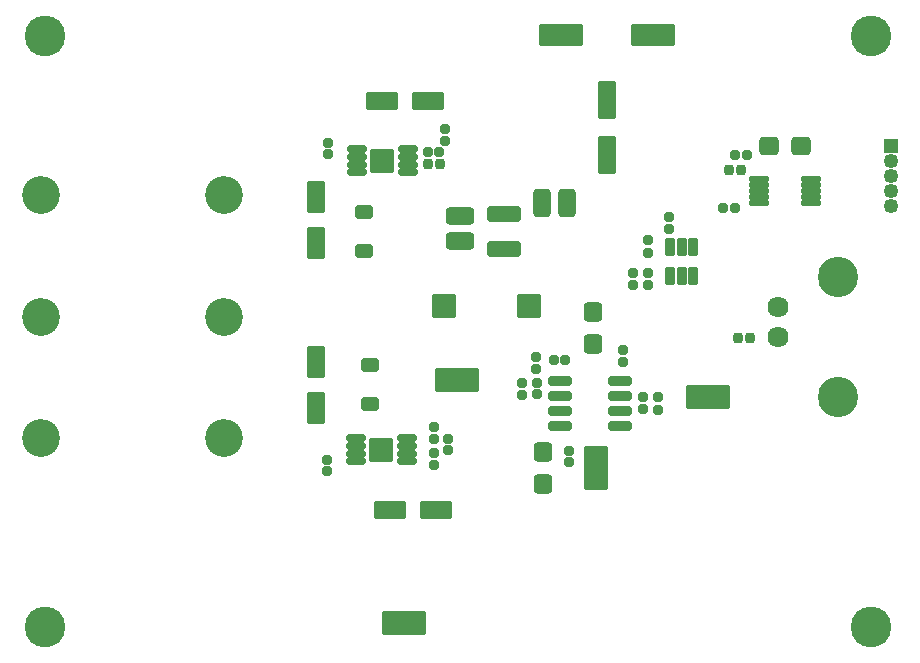
<source format=gbr>
%TF.GenerationSoftware,KiCad,Pcbnew,6.0.4-6f826c9f35~116~ubuntu18.04.1*%
%TF.CreationDate,2022-05-26T20:07:41+01:00*%
%TF.ProjectId,cosmic_ray_detector,636f736d-6963-45f7-9261-795f64657465,1*%
%TF.SameCoordinates,Original*%
%TF.FileFunction,Soldermask,Top*%
%TF.FilePolarity,Negative*%
%FSLAX46Y46*%
G04 Gerber Fmt 4.6, Leading zero omitted, Abs format (unit mm)*
G04 Created by KiCad (PCBNEW 6.0.4-6f826c9f35~116~ubuntu18.04.1) date 2022-05-26 20:07:41*
%MOMM*%
%LPD*%
G01*
G04 APERTURE LIST*
G04 Aperture macros list*
%AMRoundRect*
0 Rectangle with rounded corners*
0 $1 Rounding radius*
0 $2 $3 $4 $5 $6 $7 $8 $9 X,Y pos of 4 corners*
0 Add a 4 corners polygon primitive as box body*
4,1,4,$2,$3,$4,$5,$6,$7,$8,$9,$2,$3,0*
0 Add four circle primitives for the rounded corners*
1,1,$1+$1,$2,$3*
1,1,$1+$1,$4,$5*
1,1,$1+$1,$6,$7*
1,1,$1+$1,$8,$9*
0 Add four rect primitives between the rounded corners*
20,1,$1+$1,$2,$3,$4,$5,0*
20,1,$1+$1,$4,$5,$6,$7,0*
20,1,$1+$1,$6,$7,$8,$9,0*
20,1,$1+$1,$8,$9,$2,$3,0*%
G04 Aperture macros list end*
%ADD10RoundRect,0.125000X1.725000X-0.925000X1.725000X0.925000X-1.725000X0.925000X-1.725000X-0.925000X0*%
%ADD11RoundRect,0.265000X0.170000X-0.140000X0.170000X0.140000X-0.170000X0.140000X-0.170000X-0.140000X0*%
%ADD12RoundRect,0.265000X-0.170000X0.140000X-0.170000X-0.140000X0.170000X-0.140000X0.170000X0.140000X0*%
%ADD13RoundRect,0.265000X0.140000X0.170000X-0.140000X0.170000X-0.140000X-0.170000X0.140000X-0.170000X0*%
%ADD14RoundRect,0.260000X0.185000X-0.135000X0.185000X0.135000X-0.185000X0.135000X-0.185000X-0.135000X0*%
%ADD15RoundRect,0.260000X-0.185000X0.135000X-0.185000X-0.135000X0.185000X-0.135000X0.185000X0.135000X0*%
%ADD16RoundRect,0.260000X0.135000X0.185000X-0.135000X0.185000X-0.135000X-0.185000X0.135000X-0.185000X0*%
%ADD17RoundRect,0.260000X-0.135000X-0.185000X0.135000X-0.185000X0.135000X0.185000X-0.135000X0.185000X0*%
%ADD18RoundRect,0.125000X-0.600000X0.450000X-0.600000X-0.450000X0.600000X-0.450000X0.600000X0.450000X0*%
%ADD19RoundRect,0.125000X-0.606399X1.254099X-0.606399X-1.254099X0.606399X-1.254099X0.606399X1.254099X0*%
%ADD20RoundRect,0.375000X0.425000X-0.450000X0.425000X0.450000X-0.425000X0.450000X-0.425000X-0.450000X0*%
%ADD21RoundRect,0.375000X-0.450000X-0.425000X0.450000X-0.425000X0.450000X0.425000X-0.450000X0.425000X0*%
%ADD22C,3.450000*%
%ADD23RoundRect,0.125000X1.254099X0.606399X-1.254099X0.606399X-1.254099X-0.606399X1.254099X-0.606399X0*%
%ADD24RoundRect,0.125000X0.725000X-0.150000X0.725000X0.150000X-0.725000X0.150000X-0.725000X-0.150000X0*%
%ADD25RoundRect,0.125000X-0.925000X-1.725000X0.925000X-1.725000X0.925000X1.725000X-0.925000X1.725000X0*%
%ADD26RoundRect,0.125000X-0.300000X-0.600000X0.300000X-0.600000X0.300000X0.600000X-0.300000X0.600000X0*%
%ADD27C,3.205000*%
%ADD28RoundRect,0.375000X-0.850000X0.375000X-0.850000X-0.375000X0.850000X-0.375000X0.850000X0.375000X0*%
%ADD29RoundRect,0.125000X0.875000X0.900000X-0.875000X0.900000X-0.875000X-0.900000X0.875000X-0.900000X0*%
%ADD30C,1.790000*%
%ADD31C,3.415000*%
%ADD32RoundRect,0.275000X-0.725000X-0.150000X0.725000X-0.150000X0.725000X0.150000X-0.725000X0.150000X0*%
%ADD33RoundRect,0.225000X0.612500X0.100000X-0.612500X0.100000X-0.612500X-0.100000X0.612500X-0.100000X0*%
%ADD34RoundRect,0.125000X0.865000X0.925000X-0.865000X0.925000X-0.865000X-0.925000X0.865000X-0.925000X0*%
%ADD35RoundRect,0.125000X0.635000X1.460000X-0.635000X1.460000X-0.635000X-1.460000X0.635000X-1.460000X0*%
%ADD36RoundRect,0.125000X1.715000X-0.825000X1.715000X0.825000X-1.715000X0.825000X-1.715000X-0.825000X0*%
%ADD37RoundRect,0.125000X-0.500000X-0.500000X0.500000X-0.500000X0.500000X0.500000X-0.500000X0.500000X0*%
%ADD38O,1.250000X1.250000*%
%ADD39RoundRect,0.375000X0.375000X0.850000X-0.375000X0.850000X-0.375000X-0.850000X0.375000X-0.850000X0*%
%ADD40RoundRect,0.375000X1.100000X-0.325000X1.100000X0.325000X-1.100000X0.325000X-1.100000X-0.325000X0*%
G04 APERTURE END LIST*
D10*
%TO.C,TP4*%
X95512500Y-116570000D03*
%TD*%
D11*
%TO.C,C5*%
X109500000Y-103000000D03*
X109500000Y-102040000D03*
%TD*%
%TO.C,C13*%
X99250000Y-101980000D03*
X99250000Y-101020000D03*
%TD*%
D12*
%TO.C,C11*%
X89000000Y-102790000D03*
X89000000Y-103750000D03*
%TD*%
D11*
%TO.C,C18*%
X114905000Y-87960000D03*
X114905000Y-87000000D03*
%TD*%
D13*
%TO.C,C19*%
X122520000Y-81500000D03*
X123480000Y-81500000D03*
%TD*%
D11*
%TO.C,C8*%
X115750000Y-98460000D03*
X115750000Y-97500000D03*
%TD*%
D13*
%TO.C,C20*%
X123540000Y-77000000D03*
X124500000Y-77000000D03*
%TD*%
D11*
%TO.C,C6*%
X106750000Y-97230000D03*
X106750000Y-96270000D03*
%TD*%
%TO.C,C4*%
X114000000Y-94480000D03*
X114000000Y-93520000D03*
%TD*%
%TO.C,C17*%
X116155000Y-87960000D03*
X116155000Y-87000000D03*
%TD*%
D13*
%TO.C,C14*%
X98460000Y-76750000D03*
X97500000Y-76750000D03*
%TD*%
%TO.C,C7*%
X109155000Y-94365000D03*
X108195000Y-94365000D03*
%TD*%
D11*
%TO.C,C12*%
X89076000Y-76900000D03*
X89076000Y-75940000D03*
%TD*%
D14*
%TO.C,R6*%
X98000000Y-101010000D03*
X98000000Y-99990000D03*
%TD*%
%TO.C,R8*%
X99000000Y-75770000D03*
X99000000Y-74750000D03*
%TD*%
%TO.C,R5*%
X98000000Y-103260000D03*
X98000000Y-102240000D03*
%TD*%
D15*
%TO.C,R10*%
X116155000Y-84210000D03*
X116155000Y-85230000D03*
%TD*%
%TO.C,R9*%
X117905000Y-82220000D03*
X117905000Y-83240000D03*
%TD*%
D14*
%TO.C,R4*%
X117000000Y-98520000D03*
X117000000Y-97500000D03*
%TD*%
%TO.C,R2*%
X105500000Y-97260000D03*
X105500000Y-96240000D03*
%TD*%
D16*
%TO.C,R7*%
X98510000Y-77750000D03*
X97490000Y-77750000D03*
%TD*%
D17*
%TO.C,R1*%
X123740000Y-92500000D03*
X124760000Y-92500000D03*
%TD*%
D14*
%TO.C,R3*%
X106675000Y-95115000D03*
X106675000Y-94095000D03*
%TD*%
D16*
%TO.C,R11*%
X122980000Y-78250000D03*
X124000000Y-78250000D03*
%TD*%
D18*
%TO.C,D2*%
X92576000Y-94770000D03*
X92576000Y-98070000D03*
%TD*%
%TO.C,D3*%
X92076000Y-81770000D03*
X92076000Y-85070000D03*
%TD*%
D19*
%TO.C,C9*%
X88076000Y-94469001D03*
X88076000Y-98370999D03*
%TD*%
D20*
%TO.C,C3*%
X107250000Y-104850000D03*
X107250000Y-102150000D03*
%TD*%
%TO.C,C2*%
X111500000Y-93000000D03*
X111500000Y-90300000D03*
%TD*%
D21*
%TO.C,C21*%
X129100000Y-76250000D03*
X126400000Y-76250000D03*
%TD*%
D22*
%TO.C,REF\u002A\u002A*%
X135076000Y-66920000D03*
%TD*%
%TO.C,REF\u002A\u002A*%
X135076000Y-116920000D03*
%TD*%
%TO.C,REF\u002A\u002A*%
X65076000Y-116920000D03*
%TD*%
%TO.C,REF\u002A\u002A*%
X65076000Y-66920000D03*
%TD*%
D23*
%TO.C,C16*%
X97526999Y-72420000D03*
X93625001Y-72420000D03*
%TD*%
D24*
%TO.C,U5*%
X129975000Y-79000000D03*
X129975000Y-79500000D03*
X129975000Y-80000000D03*
X129975000Y-80500000D03*
X129975000Y-81000000D03*
X125525000Y-81000000D03*
X125525000Y-80500000D03*
X125525000Y-80000000D03*
X125525000Y-79500000D03*
X125525000Y-79000000D03*
%TD*%
D25*
%TO.C,TP2*%
X111750000Y-103500000D03*
%TD*%
D10*
%TO.C,TP1*%
X100000000Y-96000000D03*
%TD*%
D26*
%TO.C,U4*%
X119950000Y-84750000D03*
X119000000Y-84750000D03*
X118050000Y-84750000D03*
X118050000Y-87250000D03*
X119000000Y-87250000D03*
X119950000Y-87250000D03*
%TD*%
D27*
%TO.C,J3*%
X64750000Y-100970000D03*
X80250000Y-100970000D03*
%TD*%
D28*
%TO.C,L2*%
X100250000Y-82100000D03*
X100250000Y-84250000D03*
%TD*%
D29*
%TO.C,D1*%
X106075000Y-89750000D03*
X98925000Y-89750000D03*
%TD*%
D30*
%TO.C,J6*%
X127170000Y-89880000D03*
X127170000Y-92420000D03*
D31*
X132250000Y-87340000D03*
X132250000Y-97500000D03*
%TD*%
D27*
%TO.C,J4*%
X80250000Y-80328100D03*
X64750000Y-80328100D03*
%TD*%
%TO.C,J5*%
X80250000Y-90670000D03*
X64750000Y-90670000D03*
%TD*%
D32*
%TO.C,U1*%
X108675000Y-96095000D03*
X108675000Y-97365000D03*
X108675000Y-98635000D03*
X108675000Y-99905000D03*
X113825000Y-99905000D03*
X113825000Y-98635000D03*
X113825000Y-97365000D03*
X113825000Y-96095000D03*
%TD*%
D10*
%TO.C,TP3*%
X121250000Y-97500000D03*
%TD*%
D33*
%TO.C,U3*%
X95808500Y-78435000D03*
X95808500Y-77785000D03*
X95808500Y-77135000D03*
X95808500Y-76485000D03*
X91483500Y-76485000D03*
X91483500Y-77135000D03*
X91483500Y-77785000D03*
X91483500Y-78435000D03*
D34*
X93646000Y-77460000D03*
%TD*%
D35*
%TO.C,J1*%
X112696901Y-76930400D03*
X112696901Y-72300400D03*
D36*
X116581901Y-66830400D03*
X108811901Y-66830400D03*
%TD*%
D19*
%TO.C,C10*%
X88076000Y-80518002D03*
X88076000Y-84420000D03*
%TD*%
D33*
%TO.C,U2*%
X95738500Y-102895000D03*
X95738500Y-102245000D03*
X95738500Y-101595000D03*
X95738500Y-100945000D03*
X91413500Y-100945000D03*
X91413500Y-101595000D03*
X91413500Y-102245000D03*
X91413500Y-102895000D03*
D34*
X93576000Y-101920000D03*
%TD*%
D37*
%TO.C,J2*%
X136750000Y-76230000D03*
D38*
X136750000Y-77500000D03*
X136750000Y-78770000D03*
X136750000Y-80040000D03*
X136750000Y-81310000D03*
%TD*%
D23*
%TO.C,C15*%
X98200999Y-107000000D03*
X94299001Y-107000000D03*
%TD*%
D39*
%TO.C,L1*%
X109325000Y-81000000D03*
X107175000Y-81000000D03*
%TD*%
D40*
%TO.C,C1*%
X104000000Y-84950000D03*
X104000000Y-82000000D03*
%TD*%
M02*

</source>
